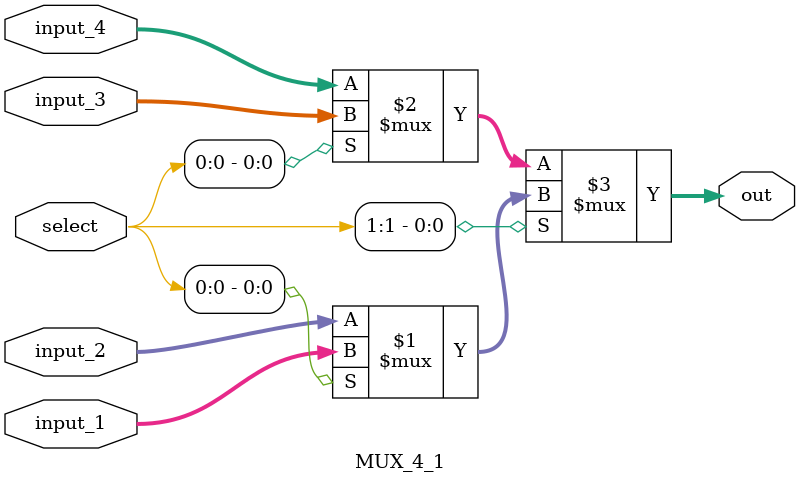
<source format=v>
`timescale 1ns / 1ps


module FSM_TX #
	(
		parameter 		SIZE				=		32,
		parameter 		T 				    =		32'b0_0000_0000_1111_1010_000000000000000,
		parameter 		V  				    =		32'b0_0000_0001_0101_0100_000000000000000
	)
	(
		input 			[3:0]							rx_out,
		input											echo_rdy,
		input 			[SIZE-1:0]						echo_out,
		input 			[SIZE-1:0]						config_N_ref,
		input 											control,
		input 											clk,
		input 											rst,

		
		output wire 							 		tx_rdy,
		output wire 	[SIZE-1:0]						tx_out
    );

    reg 					[1:0]		 				mux_to_tx_ctr_reg;
    wire 					[1:0] 						mux_to_tx_ctr;

    wire 							 					temp_rdy;
	wire 					[SIZE-1:0]					temp_out;

	wire 							 					dist_rdy;
	wire 					[SIZE-1:0]					dist_out;

	reg 					[2:0] 						state;

	reg 							 					rdy_default_reg				=		0;
	wire 												rdy_default;

	reg 					[SIZE-1:0] 					buff_default_reg			=		0;
	wire 					[SIZE-1:0]					buff_default;

    assign 										mux_to_tx_ctr 		=		mux_to_tx_ctr_reg;	

defparam calculator.SIZE		=	SIZE;
defparam calculator.T 			=	T;
defparam calculator.V 			=	V;

	CALCULATION calculator 
	(
		.echo_rdy(echo_rdy),
		.echo_out(echo_out),
		.config_N_ref(config_N_ref),
		.clk(clk),
		.temp_rdy(temp_rdy),
		.temp_out(temp_out),
		.dist_rdy(dist_rdy),
		.dist_out(dist_out)
	);
defparam mux_data.BUS_WIDTH 		=	SIZE;

	MUX_4_1 mux_data 
	(
		.input_1(configue),
		.input_2(dist_out),
		.input_3(temp_out),
		.input_4(buff_default),
		.select(mux_to_tx_ctr),
		.out(tx_out)
	);

defparam mux_rdy.BUS_WIDTH 		=	1;

	MUX_4_1 mux_rdy
	(
		.input_1(control),
		.input_2(dist_rdy),
		.input_3(temp_rdy),
		.input_4(rdy_default),
		.select(mux_to_tx_ctr),
		.out(tx_rdy)
	);

	localparam _idle = 3'b111, _stemp = 3'b001, _ctemp = 3'b010, _sdist = 3'b011, _cdist = 3'b100, _config = 3'b101; 


	always @ (posedge clk or negedge rst) begin
		if (~rst)
					state 		<=		_idle;
		else begin
			case (state)
				_idle: begin
					if (rx_out == 4'b0111)
						state 	<=		_config;
					else 
						state 	<=		_idle; 
				end
				_config: begin
					if ((rx_out == 4'b0001) && (control == 1))
						state 	<=		_stemp;
					else if ((rx_out == 4'b0100) && (control == 1))
						state 	<=		_ctemp;
					else if ((rx_out == 4'b0010) && (control == 1))
						state 	<=		_sdist;
					else if ((rx_out == 4'b1000) && (control == 1))
						state 	<=		_cdist;
					else if (control == 0)
						state 	<=		_idle;
					else 
						state 	<=		_config;
				end
				_stemp: begin
					if ((rx_out == 4'b0001) && (control == 1))
						state 	<=		_stemp;
					else if ((rx_out == 4'b0100) && (control == 1))
						state 	<=		_ctemp;
					else if ((rx_out == 4'b0010) && (control == 1))
						state 	<=		_sdist;
					else if ((rx_out == 4'b1000) && (control == 1))
						state 	<=		_cdist;
					else if ((rx_out == 4'b0111) && (control == 0))
						state 	<=		_config;
					else if (control == 0)
						state 	<=		_idle;
					else 
						state 	<=		_stemp;
				end
				_ctemp: begin
					if ((rx_out == 4'b0001) && (control == 1))
						state 	<=		_stemp;
					else if ((rx_out == 4'b0100) && (control == 1))
						state 	<=		_ctemp;
					else if ((rx_out == 4'b0010) && (control == 1))
						state 	<=		_sdist;
					else if ((rx_out == 4'b1000) && (control == 1))
						state 	<=		_cdist;
					else if ((rx_out == 4'b0111) && (control == 0))
						state 	<=		_config;
					else if (control == 0)
						state 	<=		_idle;
					else 
						state 	<=		_ctemp;
				end
				_sdist: begin
					if ((rx_out == 4'b0001) && (control == 1))
						state 	<=		_stemp;
					else if ((rx_out == 4'b0100) && (control == 1))
						state 	<=		_ctemp;
					else if ((rx_out == 4'b0010) && (control == 1))
						state 	<=		_sdist;
					else if ((rx_out == 4'b1000) && (control == 1))
						state 	<=		_cdist;
					else if ((rx_out == 4'b0111) && (control == 0))
						state 	<=		_config;
					else if (control == 0)
						state 	<=		_idle;
					else 
						state 	<=		_sdist;
				end
				_cdist: begin
					if ((rx_out == 4'b0001) && (control == 1))
						state 	<=		_stemp;
					else if ((rx_out == 4'b0100) && (control == 1))
						state 	<=		_ctemp;
					else if ((rx_out == 4'b0010) && (control == 1))
						state 	<=		_sdist;
					else if ((rx_out == 4'b1000) && (control == 1))
						state 	<=		_cdist;
					else if ((rx_out == 4'b0111) && (control == 0))
						state 	<=		_config;
					else if (control == 0)
						state 	<=		_idle;
					else 
						state 	<=		_cdist;
				end
				default: begin
						state 	<=		_idle;
				end
			endcase
		end
	end

	always @ (posedge clk) begin
		case (state)
			_idle:
				mux_to_tx_ctr_reg 	<=		2'b00;
			_stemp:
				mux_to_tx_ctr_reg 	<=		2'b01;
			_ctemp:
				mux_to_tx_ctr_reg 	<=		2'b01;
			_sdist:
				mux_to_tx_ctr_reg 	<=		2'b10;
			_cdist:
				mux_to_tx_ctr_reg 	<=		2'b10;
			_config:
				mux_to_tx_ctr_reg 	<=		2'b11;
			default:
				mux_to_tx_ctr_reg 	<=		2'b00;
		endcase
	end



endmodule


module MUX_4_1 #
	(
		parameter 		BUS_WIDTH 		=		32
	)
	(
		input 			[BUS_WIDTH-1:0]		input_1,
		input 			[BUS_WIDTH-1:0]		input_2,
		input 			[BUS_WIDTH-1:0]		input_3,
		input 			[BUS_WIDTH-1:0]		input_4,

		input 			[1:0] 				select,

		output 	wire 	[BUS_WIDTH-1:0] 	out
	);

	assign 		out 	=	select[1] ? (select[0] ? input_1 : input_2) : (select[0] ? input_3 : input_4);

endmodule
</source>
